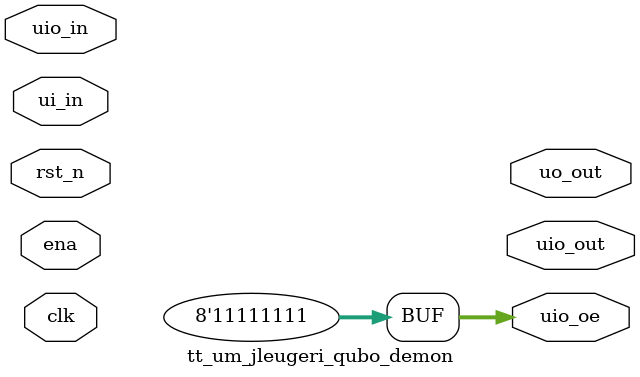
<source format=v>
`default_nettype none

module tt_um_jleugeri_qubo_demon #( parameter MAX_COUNT = 10_000_000 ) (
    input  wire [7:0] ui_in,    // Dedicated inputs - connected to the input switches
    output wire [7:0] uo_out,   // Dedicated outputs - connected to the 7 segment display
    input  wire [7:0] uio_in,   // IOs: Bidirectional Input path
    output wire [7:0] uio_out,  // IOs: Bidirectional Output path
    output wire [7:0] uio_oe,   // IOs: Bidirectional Enable path (active high: 0=input, 1=output)
    input  wire       ena,      // will go high when the design is enabled
    input  wire       clk,      // clock
    input  wire       rst_n     // reset_n - low to reset
);

    wire reset = ! rst_n;

    // set up direction of bidirational IOs
    assign uio_oe = 8'b11111111;


    always @(posedge clk) begin
        // if reset, reset all internal registers
        if (reset) begin
        end else begin
        end
    end

    // instantiate submodules

endmodule

</source>
